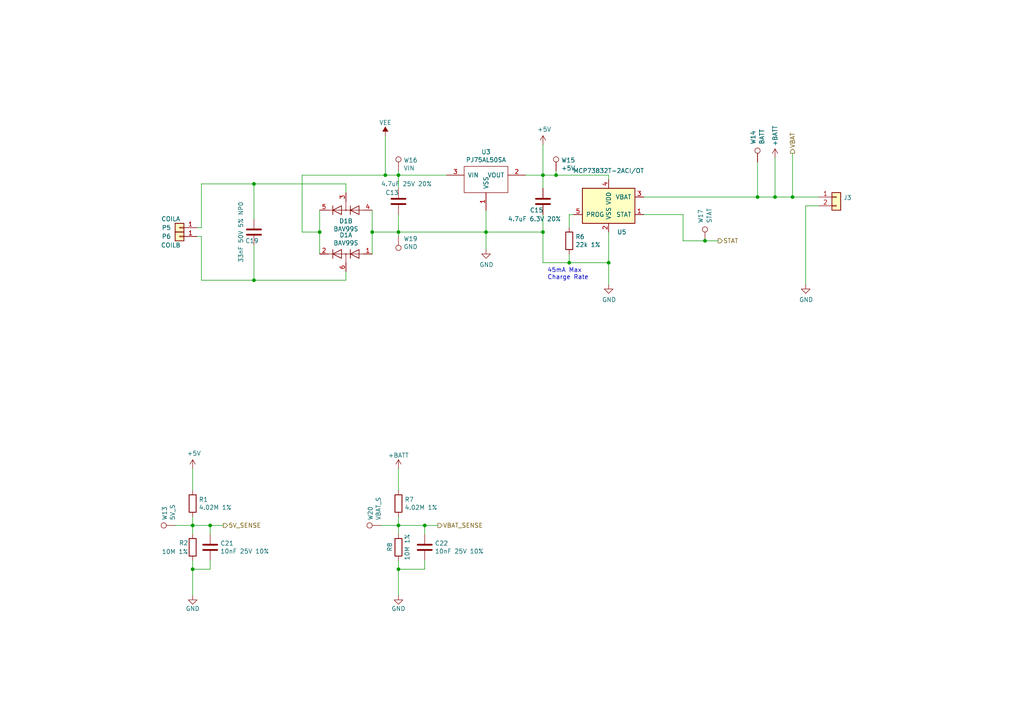
<source format=kicad_sch>
(kicad_sch (version 20211123) (generator eeschema)
  (paper "A4")
  (title_block (title "Pixels D20 Schematic, Main") (date "2022-08-26") (rev "13") (company "Systemic Games, LLC") (comment 1 "Wireless Charging Circuitry"))
  (lib_symbols
    (symbol "Connector_Generic:Conn_01x01" (pin_names (offset 1.016) hide)
      (property "Reference" "J" (at 0 2.54 0))
      (property "Value" "Conn_01x01" (at 0 -2.54 0))
      (symbol "Conn_01x01_1_1"
        (rectangle (start -1.27 0.127) (end 0 -0.127) (stroke (width 0.1524)))
        (rectangle (start -1.27 1.27) (end 1.27 -1.27) (stroke (width 0.254)) (fill (type background)))
        (pin passive line (at -5.08 0 0) (length 3.81) (name "Pin_1") (number "1"))
      )
    )
    (symbol "Connector_Generic:Conn_01x02" (pin_names (offset 1.016) hide)
      (property "Reference" "J" (at 0 2.54 0))
      (property "Value" "Conn_01x02" (at 0 -5.08 0))
      (symbol "Conn_01x02_1_1"
        (rectangle (start -1.27 -2.413) (end 0 -2.667) (stroke (width 0.1524)))
        (rectangle (start -1.27 0.127) (end 0 -0.127) (stroke (width 0.1524)))
        (rectangle (start -1.27 1.27) (end 1.27 -3.81) (stroke (width 0.254)) (fill (type background)))
        (pin passive line (at -5.08 0 0) (length 3.81) (name "Pin_1") (number "1"))
        (pin passive line (at -5.08 -2.54 0) (length 3.81) (name "Pin_2") (number "2"))
      )
    )
    (symbol "Device:C" (pin_numbers hide) (pin_names (offset 0.254))
      (property "Reference" "C" (at 0.635 2.54 0))
      (property "Value" "C" (at 0.635 -2.54 0))
      (symbol "C_0_1"
        (polyline (pts (xy -2.032 -0.762) (xy 2.032 -0.762)) (stroke (width 0.508)))
        (polyline (pts (xy -2.032 0.762) (xy 2.032 0.762)) (stroke (width 0.508)))
      )
      (symbol "C_1_1"
        (pin passive line (at 0 3.81 270) (length 2.794) (name "~") (number "1"))
        (pin passive line (at 0 -3.81 90) (length 2.794) (name "~") (number "2"))
      )
    )
    (symbol "Device:R" (pin_numbers hide) (pin_names (offset 0))
      (property "Reference" "R" (at 2.032 0 90))
      (property "Value" "R" (at 0 0 90))
      (symbol "R_0_1"
        (rectangle (start -1.016 -2.54) (end 1.016 2.54) (stroke (width 0.254)))
      )
      (symbol "R_1_1"
        (pin passive line (at 0 3.81 270) (length 1.27) (name "~") (number "1"))
        (pin passive line (at 0 -3.81 90) (length 1.27) (name "~") (number "2"))
      )
    )
    (symbol "Pixels-dice:BAV99S-diode" (pin_names (offset 0.0254) hide)
      (property "Reference" "D" (at 0 2.54 0))
      (property "Value" "BAV99S-diode" (at 0 5.08 0))
      (symbol "BAV99S-diode_0_1"
        (polyline (pts (xy -5.08 0) (xy 5.08 0)))
        (polyline (pts (xy 0 0) (xy 0 -2.54)))
        (polyline (pts (xy -1.27 -1.27) (xy -1.27 1.27) (xy -1.27 1.27)) (stroke (width 0.2032)))
        (polyline (pts (xy 3.81 1.27) (xy 3.81 -1.27) (xy 3.81 -1.27)) (stroke (width 0.2032)))
        (polyline (pts (xy -3.81 1.27) (xy -1.27 0) (xy -3.81 -1.27) (xy -3.81 1.27) (xy -3.81 1.27) (xy -3.81 1.27)) (stroke (width 0.2032)))
        (polyline (pts (xy 1.27 1.27) (xy 3.81 0) (xy 1.27 -1.27) (xy 1.27 1.27) (xy 1.27 1.27) (xy 1.27 1.27)) (stroke (width 0.2032)))
        (circle (center 0 0) (radius 0.127))
      )
      (symbol "BAV99S-diode_1_1"
        (polyline (pts (xy 6.35 0) (xy 7.62 0)))
        (pin passive line (at -7.62 0 0) (length 2.54) (name "A1") (number "1"))
        (pin passive line (at 7.62 0 180) (length 2.54) (name "K2") (number "2"))
        (pin passive line (at 0 -5.08 90) (length 2.54) (name "K3A4") (number "6"))
      )
      (symbol "BAV99S-diode_2_1"
        (polyline (pts (xy 6.35 0) (xy 7.62 0)))
        (pin passive line (at 0 -5.08 90) (length 2.54) (name "K1A2") (number "3"))
        (pin passive line (at -7.62 0 0) (length 2.54) (name "A3") (number "4"))
        (pin passive line (at 7.62 0 180) (length 2.54) (name "K4") (number "5"))
      )
    )
    (symbol "Pixels-dice:HX6306P502MR" (pin_names (offset 1.016))
      (property "Reference" "U" (at 3.81 -6.35 0))
      (property "Value" "HX6306P502MR" (at 0 3.81 0))
      (symbol "HX6306P502MR_0_1"
        (rectangle (start -6.35 2.54) (end 6.35 -5.08))
      )
      (symbol "HX6306P502MR_1_1"
        (pin power_in line (at 0 -10.16 90) (length 5.08) (name "VSS") (number "1"))
        (pin power_out line (at 11.43 0 180) (length 5.08) (name "VOUT") (number "2"))
        (pin power_in line (at -11.43 0 0) (length 5.08) (name "VIN") (number "3"))
      )
    )
    (symbol "Pixels-dice:MCP73831-2-OT-battery_management" (pin_names (offset 1.016))
      (property "Reference" "U" (at -7.62 6.35 0))
      (property "Value" "MCP73831-2-OT-battery_management" (at 1.27 6.35 0))
      (symbol "MCP73831-2-OT-battery_management_0_1"
        (rectangle (start -7.62 5.08) (end 7.62 -5.08) (stroke (width 0.254)) (fill (type background)))
      )
      (symbol "MCP73831-2-OT-battery_management_1_1"
        (pin output line (at 10.16 -2.54 180) (length 2.54) (name "STAT") (number "1"))
        (pin power_in line (at 0 -7.62 90) (length 2.54) (name "VSS") (number "2"))
        (pin power_out line (at 10.16 2.54 180) (length 2.54) (name "VBAT") (number "3"))
        (pin power_in line (at 0 7.62 270) (length 2.54) (name "VDD") (number "4"))
        (pin input line (at -10.16 -2.54 0) (length 2.54) (name "PROG") (number "5"))
      )
    )
    (symbol "Pixels-dice:TEST_1P-conn" (pin_numbers hide) (pin_names (offset 0.762) hide)
      (property "Reference" "W" (at 0 6.858 0))
      (property "Value" "TEST_1P-conn" (at 0 5.08 0))
      (symbol "TEST_1P-conn_0_1"
        (circle (center 0 3.302) (radius 0.762))
      )
      (symbol "TEST_1P-conn_1_1"
        (pin passive line (at 0 0 90) (length 2.54) (name "1") (number "1"))
      )
    )
    (symbol "power:+5V" (power) (pin_names (offset 0))
      (property "Value" "+5V" (at 0 3.556 0))
      (symbol "+5V_0_1"
        (polyline (pts (xy -0.762 1.27) (xy 0 2.54)))
        (polyline (pts (xy 0 0) (xy 0 2.54)))
        (polyline (pts (xy 0 2.54) (xy 0.762 1.27)))
      )
      (symbol "+5V_1_1"
        (pin power_in line (at 0 0 90) (length 0) hide (name "+5V") (number "1"))
      )
    )
    (symbol "power:+BATT" (power) (pin_names (offset 0))
      (property "Value" "+BATT" (at 0 3.556 0))
      (symbol "+BATT_0_1"
        (polyline (pts (xy -0.762 1.27) (xy 0 2.54)))
        (polyline (pts (xy 0 0) (xy 0 2.54)))
        (polyline (pts (xy 0 2.54) (xy 0.762 1.27)))
      )
      (symbol "+BATT_1_1"
        (pin power_in line (at 0 0 90) (length 0) hide (name "+BATT") (number "1"))
      )
    )
    (symbol "power:GND" (power) (pin_names (offset 0))
      (property "Value" "GND" (at 0 -3.81 0))
      (symbol "GND_0_1"
        (polyline (pts (xy 0 0) (xy 0 -1.27) (xy 1.27 -1.27) (xy 0 -2.54) (xy -1.27 -1.27) (xy 0 -1.27)))
      )
      (symbol "GND_1_1"
        (pin power_in line (at 0 0 270) (length 0) hide (name "GND") (number "1"))
      )
    )
    (symbol "power:VEE" (power) (pin_names (offset 0))
      (property "Value" "VEE" (at 0 3.81 0))
      (symbol "VEE_0_1"
        (polyline (pts (xy 0 0) (xy 0 2.54)))
        (polyline (pts (xy 0.762 1.27) (xy -0.762 1.27) (xy 0 2.54) (xy 0.762 1.27)) (fill (type outline)))
      )
      (symbol "VEE_1_1"
        (pin power_in line (at 0 0 90) (length 0) hide (name "VEE") (number "1"))
      )
    )
  )
  (junction (at 92.71 67.31))
  (junction (at 229.87 57.15))
  (junction (at 55.88 152.4))
  (junction (at 165.1 76.2))
  (junction (at 55.88 165.1))
  (junction (at 176.53 76.2))
  (junction (at 157.48 67.31))
  (junction (at 224.79 57.15))
  (junction (at 140.97 67.31))
  (junction (at 115.57 67.31))
  (junction (at 73.66 53.34))
  (junction (at 115.57 50.8))
  (junction (at 115.57 165.1))
  (junction (at 60.96 152.4))
  (junction (at 219.71 57.15))
  (junction (at 157.48 50.8))
  (junction (at 73.66 81.28))
  (junction (at 161.29 50.8))
  (junction (at 115.57 152.4))
  (junction (at 107.95 67.31))
  (junction (at 204.47 69.85))
  (junction (at 111.76 50.8))
  (junction (at 123.19 152.4))
  (wire (pts (xy 157.48 76.2) (xy 165.1 76.2)))
  (wire (pts (xy 73.66 81.28) (xy 58.42 81.28)))
  (wire (pts (xy 219.71 57.15) (xy 224.79 57.15)))
  (wire (pts (xy 123.19 165.1) (xy 115.57 165.1)))
  (wire (pts (xy 55.88 162.56) (xy 55.88 165.1)))
  (wire (pts (xy 157.48 67.31) (xy 157.48 76.2)))
  (wire (pts (xy 115.57 50.8) (xy 129.54 50.8)))
  (wire (pts (xy 161.29 49.53) (xy 161.29 50.8)))
  (wire (pts (xy 186.69 57.15) (xy 219.71 57.15)))
  (wire (pts (xy 50.8 152.4) (xy 55.88 152.4)))
  (wire (pts (xy 161.29 50.8) (xy 176.53 50.8)))
  (wire (pts (xy 198.12 69.85) (xy 204.47 69.85)))
  (wire (pts (xy 55.88 142.24) (xy 55.88 135.89)))
  (wire (pts (xy 73.66 53.34) (xy 58.42 53.34)))
  (wire (pts (xy 229.87 44.45) (xy 229.87 57.15)))
  (wire (pts (xy 157.48 41.91) (xy 157.48 50.8)))
  (wire (pts (xy 229.87 57.15) (xy 224.79 57.15)))
  (wire (pts (xy 58.42 81.28) (xy 58.42 68.58)))
  (wire (pts (xy 92.71 60.96) (xy 92.71 67.31)))
  (wire (pts (xy 123.19 152.4) (xy 127 152.4)))
  (wire (pts (xy 157.48 67.31) (xy 157.48 62.23)))
  (wire (pts (xy 186.69 62.23) (xy 198.12 62.23)))
  (wire (pts (xy 219.71 46.99) (xy 219.71 57.15)))
  (wire (pts (xy 165.1 73.66) (xy 165.1 76.2)))
  (wire (pts (xy 55.88 149.86) (xy 55.88 152.4)))
  (wire (pts (xy 58.42 66.04) (xy 57.15 66.04)))
  (wire (pts (xy 55.88 165.1) (xy 55.88 172.72)))
  (wire (pts (xy 55.88 154.94) (xy 55.88 152.4)))
  (wire (pts (xy 58.42 53.34) (xy 58.42 66.04)))
  (wire (pts (xy 92.71 67.31) (xy 92.71 73.66)))
  (wire (pts (xy 107.95 60.96) (xy 107.95 67.31)))
  (wire (pts (xy 140.97 67.31) (xy 157.48 67.31)))
  (wire (pts (xy 107.95 67.31) (xy 107.95 73.66)))
  (wire (pts (xy 115.57 49.53) (xy 115.57 50.8)))
  (wire (pts (xy 123.19 162.56) (xy 123.19 165.1)))
  (wire (pts (xy 60.96 162.56) (xy 60.96 165.1)))
  (wire (pts (xy 55.88 152.4) (xy 60.96 152.4)))
  (wire (pts (xy 233.68 59.69) (xy 233.68 82.55)))
  (wire (pts (xy 100.33 78.74) (xy 100.33 81.28)))
  (wire (pts (xy 115.57 50.8) (xy 115.57 54.61)))
  (wire (pts (xy 110.49 152.4) (xy 115.57 152.4)))
  (wire (pts (xy 140.97 67.31) (xy 140.97 72.39)))
  (wire (pts (xy 115.57 152.4) (xy 115.57 154.94)))
  (wire (pts (xy 115.57 135.89) (xy 115.57 142.24)))
  (wire (pts (xy 115.57 162.56) (xy 115.57 165.1)))
  (wire (pts (xy 224.79 45.72) (xy 224.79 57.15)))
  (wire (pts (xy 60.96 152.4) (xy 64.77 152.4)))
  (wire (pts (xy 73.66 71.12) (xy 73.66 81.28)))
  (wire (pts (xy 115.57 67.31) (xy 107.95 67.31)))
  (wire (pts (xy 176.53 52.07) (xy 176.53 50.8)))
  (wire (pts (xy 198.12 62.23) (xy 198.12 69.85)))
  (wire (pts (xy 60.96 154.94) (xy 60.96 152.4)))
  (wire (pts (xy 176.53 67.31) (xy 176.53 76.2)))
  (wire (pts (xy 152.4 50.8) (xy 157.48 50.8)))
  (wire (pts (xy 204.47 69.85) (xy 208.28 69.85)))
  (wire (pts (xy 157.48 50.8) (xy 157.48 54.61)))
  (wire (pts (xy 87.63 50.8) (xy 111.76 50.8)))
  (wire (pts (xy 140.97 60.96) (xy 140.97 67.31)))
  (wire (pts (xy 58.42 68.58) (xy 57.15 68.58)))
  (wire (pts (xy 73.66 53.34) (xy 100.33 53.34)))
  (wire (pts (xy 92.71 67.31) (xy 87.63 67.31)))
  (wire (pts (xy 123.19 152.4) (xy 123.19 154.94)))
  (wire (pts (xy 60.96 165.1) (xy 55.88 165.1)))
  (wire (pts (xy 237.49 59.69) (xy 233.68 59.69)))
  (wire (pts (xy 166.37 62.23) (xy 165.1 62.23)))
  (wire (pts (xy 115.57 68.58) (xy 115.57 67.31)))
  (wire (pts (xy 115.57 149.86) (xy 115.57 152.4)))
  (wire (pts (xy 165.1 76.2) (xy 176.53 76.2)))
  (wire (pts (xy 115.57 152.4) (xy 123.19 152.4)))
  (wire (pts (xy 157.48 50.8) (xy 161.29 50.8)))
  (wire (pts (xy 87.63 67.31) (xy 87.63 50.8)))
  (wire (pts (xy 229.87 57.15) (xy 237.49 57.15)))
  (wire (pts (xy 115.57 165.1) (xy 115.57 172.72)))
  (wire (pts (xy 111.76 39.37) (xy 111.76 50.8)))
  (wire (pts (xy 115.57 62.23) (xy 115.57 67.31)))
  (wire (pts (xy 115.57 67.31) (xy 140.97 67.31)))
  (wire (pts (xy 100.33 55.88) (xy 100.33 53.34)))
  (wire (pts (xy 165.1 62.23) (xy 165.1 66.04)))
  (wire (pts (xy 73.66 63.5) (xy 73.66 53.34)))
  (wire (pts (xy 176.53 76.2) (xy 176.53 82.55)))
  (wire (pts (xy 111.76 50.8) (xy 115.57 50.8)))
  (wire (pts (xy 73.66 81.28) (xy 100.33 81.28)))
  (text "45mA Max\nCharge Rate" (at 158.75 81.28 0) (effects (font (size 1.27 1.27)) (justify left bottom)))
  (hierarchical_label "VBAT" (shape output) (at 229.87 44.45 90))
  (hierarchical_label "5V_SENSE" (shape output) (at 64.77 152.4 0))
  (hierarchical_label "STAT" (shape output) (at 208.28 69.85 0))
  (hierarchical_label "VBAT_SENSE" (shape output) (at 127 152.4 0))
  (symbol (lib_id "power:GND") (at 233.68 82.55 0) (unit 1)
    (property "Reference" "#PWR052" (effects hide))
    (property "Value" "GND" (at 233.807 86.9442 0))
  )
  (symbol (lib_id "Device:C") (at 115.57 58.42 0) (unit 1)
    (property "Reference" "C13" (at 111.76 55.88 0) (effects (justify left)))
    (property "Value" "4.7uF 25V 20%" (at 110.49 53.34 0) (effects (justify left)))
    (property "Footprint" "Capacitor_SMD:C_0603_1608Metric" (effects hide))
    (property "Generic OK" "YES" (effects hide))
    (property "Pixels Part Number" "SMD-C010" (effects hide))
    (property "Manufacturer" "Murata" (effects hide))
    (property "Manufacturer Part Number" "GRM188R61E475KE11D" (effects hide))
  )
  (symbol (lib_id "Pixels-dice:TEST_1P-conn") (at 115.57 49.53 0) (unit 1)
    (property "Reference" "W16" (at 117.0432 46.482 0) (effects (justify left)))
    (property "Value" "VIN" (at 117.0432 48.7934 0) (effects (justify left)))
    (property "Footprint" "Pixels-dice:TEST_PIN" (effects hide))
    (property "Generic OK" "N/A" (effects hide))
  )
  (symbol (lib_id "power:VEE") (at 111.76 39.37 0) (unit 1)
    (property "Reference" "#PWR032" (effects hide))
    (property "Value" "VEE" (at 111.76 35.56 0))
  )
  (symbol (lib_id "power:+5V") (at 55.88 135.89 0) (unit 1)
    (property "Reference" "#PWR057" (effects hide))
    (property "Value" "+5V" (at 56.261 131.4958 0))
  )
  (symbol (lib_id "Pixels-dice:TEST_1P-conn") (at 50.8 152.4 90) (unit 1)
    (property "Reference" "W13" (at 47.752 150.9268 0) (effects (justify left)))
    (property "Value" "5V_S" (at 50.0634 150.9268 0) (effects (justify left)))
    (property "Footprint" "Pixels-dice:TEST_PIN" (effects hide))
    (property "Generic OK" "N/A" (effects hide))
  )
  (symbol (lib_id "Device:C") (at 73.66 67.31 0) (unit 1)
    (property "Reference" "C19" (at 71.12 69.85 0) (effects (justify left)))
    (property "Value" "33nF 50V 5% NP0" (at 69.85 76.2 90) (effects (justify left)))
    (property "Footprint" "Capacitor_SMD:C_1206_3216Metric" (effects hide))
    (property "Generic OK" "NO" (effects hide))
    (property "Pixels Part Number" "SMD-C011" (effects hide))
    (property "Manufacturer" "Murata" (effects hide))
    (property "Manufacturer Part Number" "GRM3195C1H333JA01J" (effects hide))
  )
  (symbol (lib_id "Device:R") (at 165.1 69.85 0) (unit 1)
    (property "Reference" "R6" (at 166.878 68.6816 0) (effects (justify left)))
    (property "Value" "22k 1%" (at 166.878 70.993 0) (effects (justify left)))
    (property "Footprint" "Pixels-dice:R_0402_1005Metric" (effects hide))
    (property "Generic OK" "YES" (effects hide))
    (property "Pixels Part Number" "SMD-R002" (effects hide))
    (property "Manufacturer" "Yageo" (effects hide))
    (property "Manufacturer Part Number" "RC0402FR-0722KL" (effects hide))
  )
  (symbol (lib_id "Device:R") (at 115.57 146.05 0) (unit 1)
    (property "Reference" "R7" (at 117.348 144.8816 0) (effects (justify left)))
    (property "Value" "4.02M 1%" (at 117.348 147.193 0) (effects (justify left)))
    (property "Footprint" "Pixels-dice:R_0402_1005Metric" (effects hide))
    (property "Generic OK" "YES" (effects hide))
    (property "Pixels Part Number" "SMD-R003" (effects hide))
    (property "Manufacturer" "Vishay" (effects hide))
    (property "Manufacturer Part Number" "CRCW04024M02FKED" (effects hide))
  )
  (symbol (lib_id "power:+BATT") (at 115.57 135.89 0) (unit 1)
    (property "Reference" "#PWR058" (effects hide))
    (property "Value" "+BATT" (at 115.57 132.08 0))
  )
  (symbol (lib_id "Device:R") (at 115.57 158.75 0) (unit 1)
    (property "Reference" "R8" (at 113.03 160.02 90) (effects (justify left)))
    (property "Value" "10M 1%" (at 118.11 162.56 90) (effects (justify left)))
    (property "Footprint" "Pixels-dice:R_0402_1005Metric" (effects hide))
    (property "Generic OK" "YES" (effects hide))
    (property "Pixels Part Number" "SMD-R004" (effects hide))
    (property "Manufacturer" "Yageo" (effects hide))
    (property "Manufacturer Part Number" "RC0402FR-0710ML" (effects hide))
  )
  (symbol (lib_id "Pixels-dice:MCP73831-2-OT-battery_management") (at 176.53 59.69 0) (unit 1)
    (property "Reference" "U5" (at 180.34 67.31 0))
    (property "Value" "MCP73832T-2ACI/OT" (at 176.53 49.53 0))
    (property "Footprint" "Package_TO_SOT_SMD:SOT-23-5" (effects hide))
    (property "Datasheet" "http://ww1.microchip.com/downloads/en/DeviceDoc/20001984g.pdf" (effects hide))
    (property "Generic OK" "NO" (effects hide))
    (property "Manufacturer" "Microchip" (effects hide))
    (property "Manufacturer Part Number" "MCP73832T-2ACI/OT" (effects hide))
    (property "Pixels Part Number" "SMD-U005" (effects hide))
  )
  (symbol (lib_id "Device:R") (at 55.88 146.05 0) (unit 1)
    (property "Reference" "R1" (at 57.658 144.8816 0) (effects (justify left)))
    (property "Value" "4.02M 1%" (at 57.658 147.193 0) (effects (justify left)))
    (property "Footprint" "Pixels-dice:R_0402_1005Metric" (effects hide))
    (property "Generic OK" "YES" (effects hide))
    (property "Pixels Part Number" "SMD-R003" (effects hide))
    (property "Manufacturer" "Vishay" (effects hide))
    (property "Manufacturer Part Number" "CRCW04024M02FKED" (effects hide))
  )
  (symbol (lib_id "Device:R") (at 55.88 158.75 180) (unit 1)
    (property "Reference" "R2" (at 54.61 157.48 0) (effects (justify left)))
    (property "Value" "10M 1%" (at 54.61 160.02 0) (effects (justify left)))
    (property "Footprint" "Pixels-dice:R_0402_1005Metric" (effects hide))
    (property "Generic OK" "YES" (effects hide))
    (property "Pixels Part Number" "SMD-R004" (effects hide))
    (property "Manufacturer" "Yageo" (effects hide))
    (property "Manufacturer Part Number" "RC0402FR-0710ML" (effects hide))
  )
  (symbol (lib_id "power:GND") (at 115.57 172.72 0) (unit 1)
    (property "Reference" "#PWR060" (effects hide))
    (property "Value" "GND" (at 115.57 176.53 0))
  )
  (symbol (lib_id "power:+5V") (at 157.48 41.91 0) (unit 1)
    (property "Reference" "#PWR040" (effects hide))
    (property "Value" "+5V" (at 157.861 37.5158 0))
  )
  (symbol (lib_id "Device:C") (at 123.19 158.75 0) (unit 1)
    (property "Reference" "C22" (at 126.111 157.5816 0) (effects (justify left)))
    (property "Value" "10nF 25V 10%" (at 126.111 159.893 0) (effects (justify left)))
    (property "Footprint" "Pixels-dice:C_0402_1005Metric" (effects hide))
    (property "Generic OK" "YES" (effects hide))
    (property "Pixels Part Number" "SMD-C009" (effects hide))
    (property "Manufacturer" "Yageo" (effects hide))
    (property "Manufacturer Part Number" "AC0402KPX7R9BB103" (effects hide))
  )
  (symbol (lib_id "Pixels-dice:TEST_1P-conn") (at 204.47 69.85 0) (unit 1)
    (property "Reference" "W17" (at 203.2 64.77 90) (effects (justify left)))
    (property "Value" "STAT" (at 205.74 64.77 90) (effects (justify left)))
    (property "Footprint" "Pixels-dice:TEST_PIN" (effects hide))
    (property "Generic OK" "N/A" (effects hide))
  )
  (symbol (lib_id "power:GND") (at 176.53 82.55 0) (unit 1)
    (property "Reference" "#PWR051" (effects hide))
    (property "Value" "GND" (at 176.657 86.9442 0))
  )
  (symbol (lib_id "power:GND") (at 140.97 72.39 0) (unit 1)
    (property "Reference" "#PWR050" (effects hide))
    (property "Value" "GND" (at 141.097 76.7842 0))
  )
  (symbol (lib_id "power:+BATT") (at 224.79 45.72 0) (unit 1)
    (property "Reference" "#PWR041" (effects hide))
    (property "Value" "+BATT" (at 224.79 39.37 90))
  )
  (symbol (lib_id "Connector_Generic:Conn_01x02") (at 242.57 57.15 0) (unit 1)
    (property "Reference" "J3" (at 244.602 57.3532 0) (effects (justify left)))
    (property "Value" "Conn_01x02" (effects hide))
    (property "Footprint" "Pixels-dice:Hongjie 10100 Connector" (effects hide))
    (property "Generic OK" "N/A" (effects hide))
  )
  (symbol (lib_id "Device:C") (at 157.48 58.42 0) (unit 1)
    (property "Reference" "C15" (at 153.67 60.96 0) (effects (justify left)))
    (property "Value" "4.7uF 6.3V 20%" (at 147.32 63.5 0) (effects (justify left)))
    (property "Footprint" "Pixels-dice:C_0402_1005Metric" (effects hide))
    (property "Generic OK" "YES" (effects hide))
    (property "Pixels Part Number" "SMD-C002" (effects hide))
    (property "Manufacturer" "Murata" (effects hide))
    (property "Manufacturer Part Number" "GRM155R60J475ME87D" (effects hide))
  )
  (symbol (lib_id "Pixels-dice:TEST_1P-conn") (at 115.57 68.58 180) (unit 1)
    (property "Reference" "W19" (at 117.0432 69.2658 0) (effects (justify right)))
    (property "Value" "GND" (at 117.0432 71.5772 0) (effects (justify right)))
    (property "Footprint" "Pixels-dice:TEST_PIN" (effects hide))
    (property "Generic OK" "N/A" (effects hide))
  )
  (symbol (lib_id "Pixels-dice:TEST_1P-conn") (at 219.71 46.99 0) (unit 1)
    (property "Reference" "W14" (at 218.44 41.91 90) (effects (justify left)))
    (property "Value" "BATT" (at 220.98 41.91 90) (effects (justify left)))
    (property "Footprint" "Pixels-dice:TEST_PIN" (effects hide))
    (property "Generic OK" "N/A" (effects hide))
  )
  (symbol (lib_id "Connector_Generic:Conn_01x01") (at 52.07 68.58 180) (unit 1)
    (property "Reference" "P6" (at 48.26 68.58 0))
    (property "Value" "COILB" (at 49.53 71.12 0))
    (property "Footprint" "TestPoint:TestPoint_THTPad_D1.5mm_Drill0.7mm" (effects hide))
    (property "Generic OK" "N/A" (effects hide))
  )
  (symbol (lib_id "Connector_Generic:Conn_01x01") (at 52.07 66.04 180) (unit 1)
    (property "Reference" "P5" (at 48.26 66.04 0))
    (property "Value" "COILA" (at 49.53 63.5 0))
    (property "Footprint" "TestPoint:TestPoint_THTPad_D1.5mm_Drill0.7mm" (effects hide))
    (property "Generic OK" "N/A" (effects hide))
  )
  (symbol (lib_id "Pixels-dice:TEST_1P-conn") (at 110.49 152.4 90) (unit 1)
    (property "Reference" "W20" (at 107.442 150.9268 0) (effects (justify left)))
    (property "Value" "VBAT_S" (at 109.7534 150.9268 0) (effects (justify left)))
    (property "Footprint" "Pixels-dice:TEST_PIN" (effects hide))
    (property "Generic OK" "N/A" (effects hide))
  )
  (symbol (lib_id "Pixels-dice:HX6306P502MR") (at 140.97 50.8 0) (unit 1)
    (property "Reference" "U3" (at 140.97 44.069 0))
    (property "Value" "PJ75AL50SA" (at 140.97 46.3804 0))
    (property "Footprint" "Pixels-dice:SOT-23" (effects hide))
    (property "Manufacturer" "PJSEMI" (effects hide))
    (property "Manufacturer Part Number" "PJ75AL50SA" (effects hide))
    (property "Generic OK" "NO" (effects hide))
  )
  (symbol (lib_id "Pixels-dice:TEST_1P-conn") (at 161.29 49.53 0) (unit 1)
    (property "Reference" "W15" (at 162.7632 46.482 0) (effects (justify left)))
    (property "Value" "+5V" (at 162.7632 48.7934 0) (effects (justify left)))
    (property "Footprint" "Pixels-dice:TEST_PIN" (effects hide))
    (property "Generic OK" "N/A" (effects hide))
  )
  (symbol (lib_id "Pixels-dice:BAV99S-diode") (at 100.33 60.96 180) (unit 2)
    (property "Reference" "D1" (at 100.33 64.1096 0))
    (property "Value" "BAV99S" (at 100.33 66.421 0))
    (property "Footprint" "Package_TO_SOT_SMD:SOT-363_SC-70-6" (effects hide))
    (property "Datasheet" "https://assets.nexperia.com/documents/data-sheet/BAV99_SER.pdf" (effects hide))
    (property "Generic OK" "YES" (effects hide))
    (property "Manufacturer" "Nexperia" (effects hide))
    (property "Manufacturer Part Number" "BAV99S,115" (effects hide))
    (property "Pixels Part Number" "SMD-D001" (effects hide))
  )
  (symbol (lib_id "power:GND") (at 55.88 172.72 0) (unit 1)
    (property "Reference" "#PWR059" (effects hide))
    (property "Value" "GND" (at 55.88 176.53 0))
  )
  (symbol (lib_id "Pixels-dice:BAV99S-diode") (at 100.33 73.66 0) (mirror y) (unit 1)
    (property "Reference" "D1" (at 100.33 68.1736 0))
    (property "Value" "BAV99S" (at 100.33 70.485 0))
    (property "Footprint" "Package_TO_SOT_SMD:SOT-363_SC-70-6" (effects hide))
    (property "Datasheet" "https://assets.nexperia.com/documents/data-sheet/BAV99_SER.pdf" (effects hide))
    (property "Generic OK" "YES" (effects hide))
    (property "Manufacturer" "Nexperia" (effects hide))
    (property "Manufacturer Part Number" "BAV99S,115" (effects hide))
    (property "Pixels Part Number" "SMD-D001" (effects hide))
  )
  (symbol (lib_id "Device:C") (at 60.96 158.75 0) (unit 1)
    (property "Reference" "C21" (at 63.881 157.5816 0) (effects (justify left)))
    (property "Value" "10nF 25V 10%" (at 63.881 159.893 0) (effects (justify left)))
    (property "Footprint" "Pixels-dice:C_0402_1005Metric" (effects hide))
    (property "Generic OK" "YES" (effects hide))
    (property "Pixels Part Number" "SMD-C009" (effects hide))
    (property "Manufacturer" "Yageo" (effects hide))
    (property "Manufacturer Part Number" "AC0402KPX7R9BB103" (effects hide))
  )
)
</source>
